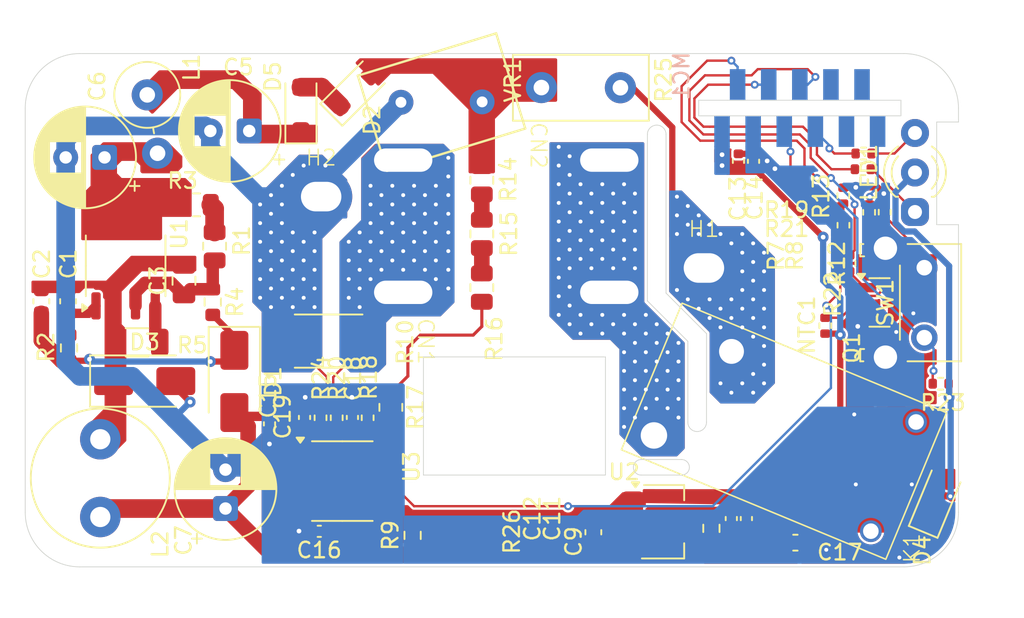
<source format=kicad_pcb>
(kicad_pcb (version 20241229) (generator "pcbnew") (generator_version "9.0")
  (title_block (date "2025-07-21"))
  (layers (0 "F.Cu" signal) (2 "B.Cu" signal) (13 "F.Paste" user) (15 "B.Paste" user) (5 "F.SilkS" user "F.Silkscreen") (7 "B.SilkS" user "B.Silkscreen") (1 "F.Mask" user) (3 "B.Mask" user) (25 "Edge.Cuts" user))
  (net 0 "")
  (net 1 "Net-(U1-FB)")
  (net 2 "Net-(D1-K)")
  (net 3 "Net-(U1-VDD)")
  (net 4 "NEUTRAL_SRC")
  (net 5 "+5V")
  (net 6 "+3V3")
  (net 7 "/current measurement/DIV_VOLTAGE")
  (net 8 "Net-(U3-V1N)")
  (net 9 "Net-(U3-V1P)")
  (net 10 "NEUTRAL_LOAD")
  (net 11 "LINE_OUT")
  (net 12 "FUSED_AC")
  (net 13 "Net-(D2-K)")
  (net 14 "LINE_IN")
  (net 15 "Net-(LED1-K2)")
  (net 16 "Net-(LED1-K1)")
  (net 17 "MEAS_SER")
  (net 18 "~{LED_RED}")
  (net 20 "POWER_EN")
  (net 22 "Net-(MC1-Pin_11)")
  (net 24 "~{LED_GREEN}")
  (net 25 "Net-(NTC1-Pad1)")
  (net 26 "Net-(Q1-B)")
  (net 27 "Net-(R1-Pad2)")
  (net 28 "Net-(U1-CS)")
  (net 29 "/current measurement/MEAS_SER_5V")
  (net 30 "Net-(R14-Pad1)")
  (net 31 "Net-(R15-Pad1)")
  (net 32 "Net-(R16-Pad1)")
  (net 35 "/power supplies/U1_GND")
  (net 36 "/power supplies/RECT_AC")
  (net 37 "Net-(D4-A)")
  (net 38 "/~{BUTTON}")
  (net 39 "/power supplies/HV_DC")
  (footprint "Capacitor_SMD:C_0402_1005Metric" (layer "F.Cu") (at 167.395 113.395 -90)
    (property "Reference" "C12")
    (property "Value" "10µF")
  )
  (footprint "Diode_SMD:D_SMA" (layer "F.Cu") (at 135.445 104.58 -90)
    (property "Reference" "D1")
    (property "Value" "M7")
  )
  (footprint "Package_SO:SO-8_3.9x4.9mm_P1.27mm" (layer "F.Cu") (at 142.385 110.985)
    (property "Reference" "U3")
    (property "Value" "CSE7759B")
  )
  (footprint "HF relays:LED_D3.0mm-3_Horiz" (layer "F.Cu") (at 179.205 93.685 90)
    (property "Reference" "LED1")
    (property "Value" "LED_Dual_RG")
  )
  (footprint "Capacitor_SMD:C_0402_1005Metric" (layer "F.Cu") (at 139.955 106.895 90)
    (property "Reference" "C19")
    (property "Value" "33nF")
  )
  (footprint "HF relays:NEMA5P_post" (layer "F.Cu") (at 165.635 97.285)
    (property "Reference" "H1")
    (property "Value" "Conn_01x01")
  )
  (footprint "Capacitor_SMD:C_0402_1005Metric" (layer "F.Cu") (at 140.905 114.215 180)
    (property "Reference" "C16")
    (property "Value" "33nF")
  )
  (footprint "Capacitor_THT:CP_Radial_D6.3mm_P2.50mm" (layer "F.Cu") (at 136.399759 88.475 180)
    (property "Reference" "C5")
    (property "Value" "3.3uF")
  )
  (footprint "Diode_SMD:D_SOD-123F" (layer "F.Cu") (at 143.24 85.87 45)
    (property "Reference" "D2")
    (property "Value" "A7")
  )
  (footprint "Varistor:RV_Disc_D9mm_W6.1mm_P5mm" (layer "F.Cu") (at 151.375 86.605 -163)
    (property "Reference" "VR1")
    (property "Value" "07D-418K")
  )
  (footprint "Capacitor_SMD:C_0603_1608Metric" (layer "F.Cu") (at 124.755 99.425 90)
    (property "Reference" "C1")
    (property "Value" "1µF")
  )
  (footprint "Diode_SMD:D_SOD-123F" (layer "F.Cu") (at 139.725 87.06 90)
    (property "Reference" "D5")
    (property "Value" "A7")
  )
  (footprint "Resistor_SMD:R_0603_1608Metric" (layer "F.Cu") (at 166.115 114.025 90)
    (property "Reference" "R26")
    (property "Value" "R")
  )
  (footprint "Resistor_SMD:R_0805_2012Metric" (layer "F.Cu") (at 133.015 93.225)
    (property "Reference" "R3")
    (property "Value" "1MΩ")
  )
  (footprint "Resistor_SMD:R_0402_1005Metric" (layer "F.Cu") (at 175.9 89.925)
    (property "Reference" "R19")
    (property "Value" "10kΩ")
  )
  (footprint "Capacitor_SMD:C_0402_1005Metric" (layer "F.Cu") (at 137.705 107.305 -90)
    (property "Reference" "C15")
    (property "Value" "1µF")
  )
  (footprint "Fuse:Fuse_Littelfuse_395Series" (layer "F.Cu") (at 160.265 85.695 180)
    (property "Reference" "R25")
    (property "Value" "JK250-080U")
  )
  (footprint "Capacitor_SMD:C_0402_1005Metric" (layer "F.Cu") (at 168.365 113.395 -90)
    (property "Reference" "C11")
    (property "Value" "10µF")
  )
  (footprint "HF relays:NEMA5R_blade" (layer "F.Cu") (at 146.3 94.6 -90)
    (property "Reference" "CN1")
    (property "Value" "Conn_01x01" (hide yes))
  )
  (footprint "Diode_SMD:D_SMA" (layer "F.Cu") (at 129.68 104.555)
    (property "Reference" "D3")
    (property "Value" "ES2J")
  )
  (footprint "Resistor_SMD:R_0805_2012Metric" (layer "F.Cu") (at 151.355 98.545 90)
    (property "Reference" "R16")
    (property "Value" "470kΩ")
  )
  (footprint "HF relays:NEMA5R_blade" (layer "F.Cu") (at 159.55 94.6 -90)
    (property "Reference" "CN2")
    (property "Value" "Conn_01x01" (hide yes))
  )
  (footprint "HF relays:HF_Relay_subminature_A_THT_18.4x10.2mm" (layer "F.Cu") (at 179.275 107.185 -112.5)
    (property "Reference" "K1")
    (property "Value" "HF32FV-16/5-HLTF(590)" (hide yes))
  )
  (footprint "HF relays:L_Axial_L9.5mm_D4.0mm_P3.81mm_Vertical" (layer "F.Cu") (at 129.845 86.155 -80)
    (property "Reference" "L1")
    (property "Value" "2.2mH")
  )
  (footprint "Resistor_SMD:R_0402_1005Metric" (layer "F.Cu") (at 177.255 93.695 -90)
    (property "Reference" "R8")
    (property "Value" "10kΩ")
  )
  (footprint "Resistor_SMD:R_0402_1005Metric" (layer "F.Cu") (at 174.995 96.985 -90)
    (property "Reference" "R22")
    (property "Value" "1K")
  )
  (footprint "Capacitor_SMD:C_0402_1005Metric" (layer "F.Cu") (at 168.825 90.425 -90)
    (property "Reference" "C14")
    (property "Value" "10µF")
  )
  (footprint "Package_TO_SOT_SMD:SOT-89-3" (layer "F.Cu") (at 163.005 113.6)
    (property "Reference" "U2")
    (property "Value" "STK17-3.3")
  )
  (footprint "Package_TO_SOT_SMD:SOT-23" (layer "F.Cu") (at 176.925 99.5)
    (property "Reference" "Q1")
    (property "Value" "MMBT3904")
  )
  (footprint "Resistor_SMD:R_0603_1608Metric" (layer "F.Cu") (at 124.815 102.425 -90)
    (property "Reference" "R2")
    (property "Value" "0Ω")
  )
  (footprint "Resistor_SMD:R_0603_1608Metric" (layer "F.Cu") (at 134.055 99.475 -90)
    (property "Reference" "R4")
    (property "Value" "R")
  )
  (footprint "Resistor_SMD:R_0402_1005Metric" (layer "F.Cu") (at 176.255 93.705 -90)
    (property "Reference" "R7")
    (property "Value" "100Ω")
  )
  (footprint "Resistor_SMD:R_0402_1005Metric" (layer "F.Cu") (at 144.015 106.915 -90)
    (property "Reference" "R18")
    (property "Value" "1kΩ")
  )
  (footprint "Package_SO:SO-8_3.9x4.9mm_P1.27mm" (layer "F.Cu") (at 128.455 97.145 90)
    (property "Reference" "U1")
    (property "Value" "OB2222M")
  )
  (footprint "Capacitor_SMD:C_0603_1608Metric" (layer "F.Cu") (at 171.515 114.945)
    (property "Reference" "C17")
    (property "Value" "10µF")
  )
  (footprint "Resistor_SMD:R_0402_1005Metric" (layer "F.Cu") (at 140.985 106.915 -90)
    (property "Reference" "R24")
    (property "Value" "1kΩ")
  )
  (footprint "Resistor_SMD:R_0402_1005Metric" (layer "F.Cu") (at 174.595 92.635 90)
    (property "Reference" "R13")
    (property "Value" "2kΩ")
  )
  (footprint "Resistor_SMD:R_0805_2012Metric" (layer "F.Cu") (at 145.505 106.245 90)
    (property "Reference" "R17")
    (property "Value" "470kΩ")
  )
  (footprint "Resistor_SMD:R_0805_2012Metric" (layer "F.Cu") (at 151.355 95.095 90)
    (property "Reference" "R15")
    (property "Value" "470kΩ")
  )
  (footprint "Resistor_SMD:R_1206_3216Metric" (layer "F.Cu") (at 129.185 102.065 180)
    (property "Reference" "R5")
    (property "Value" "500mΩ")
  )
  (footprint "Resistor_SMD:R_2512_6332Metric" (layer "F.Cu") (at 141.505 101.985)
    (property "Reference" "R10")
    (property "Value" "1mΩ")
  )
  (footprint "Capacitor_SMD:C_0603_1608Metric" (layer "F.Cu") (at 123.035 99.425 -90)
    (property "Reference" "C2")
    (property "Value" "C")
  )
  (footprint "Resistor_SMD:R_0603_1608Metric" (layer "F.Cu") (at 146.905 114.475 90)
    (property "Reference" "R9")
    (property "Value" "1K")
  )
  (footprint "Capacitor_THT:CP_Radial_D6.3mm_P2.50mm" (layer "F.Cu") (at 134.875 112.749759 90)
    (property "Reference" "C7")
    (property "Value" "470µF")
  )
  (footprint "Capacitor_THT:CP_Radial_D6.3mm_P2.50mm" (layer "F.Cu") (at 127.099759 90.175 180)
    (property "Reference" "C6")
    (property "Value" "3.3uF")
  )
  (footprint "Capacitor_SMD:C_0402_1005Metric" (layer "F.Cu") (at 167.855 90.425 -90)
    (property "Reference" "C13")
    (property "Value" "10µF")
  )
  (footprint "HF relays:SW_SPST_Omron_B3F-315x_Angled" (layer "F.Cu") (at 179.805 97.265 -90)
    (property "Reference" "SW1")
    (property "Value" "SW_SPST")
  )
  (footprint "Diode_SMD:D_SOD-123F" (layer "F.Cu") (at 180.575 112.21 67.5)
    (property "Reference" "D4")
    (property "Value" "BA159" (hide yes))
  )
  (footprint "Resistor_SMD:R_0402_1005Metric" (layer "F.Cu") (at 173.435 100.995 -90)
    (property "Reference" "NTC1")
    (property "Value" "10kΩ")
  )
  (footprint "Capacitor_SMD:C_0805_2012Metric" (layer "F.Cu") (at 132.205 98.105 90)
    (property "Reference" "C3")
    (property "Value" "4.7µF")
  )
  (footprint "Resistor_SMD:R_0805_2012Metric" (layer "F.Cu") (at 151.355 91.645 90)
    (property "Reference" "R14")
    (property "Value" "470kΩ")
  )
  (footprint "Resistor_SMD:R_0402_1005Metric" (layer "F.Cu") (at 174.605 94.535 90)
    (property "Reference" "R12")
    (property "Value" "1kΩ")
  )
  (footprint "Resistor_SMD:R_0402_1005Metric" (layer "F.Cu") (at 175.85 90.935)
    (property "Reference" "R21")
    (property "Value" "1kΩ")
  )
  (footprint "Capacitor_SMD:C_0603_1608Metric" (layer "F.Cu") (at 158.525 114.275 -90)
    (property "Reference" "C9")
    (property "Value" "10µF")
  )
  (footprint "Inductor_THT:L_Radial_D8.7mm_P5.00mm_Fastron_07HCP" (layer "F.Cu") (at 126.825 108.295 -90)
    (property "Reference" "L2")
    (property "Value" "470µH")
  )
  (footprint "Capacitor_SMD:C_0402_1005Metric" (layer "F.Cu") (at 143.035 106.895 90)
    (property "Reference" "C18")
    (property "Value" "33nF")
  )
  (footprint "Resistor_SMD:R_0805_2012Metric" (layer "F.Cu") (at 134.175 95.885 90)
    (property "Reference" "R1")
    (property "Value" "1MΩ")
  )
  (footprint "Resistor_SMD:R_0402_1005Metric" (layer "F.Cu") (at 142.025 106.915 -90)
    (property "Reference" "R20")
    (property "Value" "1kΩ")
  )
  (footprint "Resistor_SMD:R_0402_1005Metric" (layer "F.Cu") (at 180.855 104.725 180)
    (property "Reference" "R23")
    (property "Value" "1KΩ")
  )
  (footprint "HF relays:NEMA5P_post" (layer "F.Cu") (at 141.025 92.695)
    (property "Reference" "H2")
    (property "Value" "Conn_01x01")
  )
  (footprint "HF relays:BoardToBoardInterface_11xP1.00mm" (layer "B.Cu") (at 171.8 87 -90)
    (property "Reference" "MC1")
    (property "Value" "Conn_01x11" (hide yes))
    (fp_line (start -0.5 6.5) (end 0.5 6.5) (stroke (width 0.05)) (layer "Edge.Cuts"))
    (fp_line (start -0.5 6.5) (end -0.5 -6.5) (stroke (width 0.05)) (layer "Edge.Cuts"))
    (fp_line (start 0.5 6.5) (end 0.5 -6.5) (stroke (width 0.05)) (layer "Edge.Cuts"))
    (fp_line (start -0.5 -6.5) (end 0.5 -6.5) (stroke (width 0.05)) (layer "Edge.Cuts"))
  )
  (gr_arc (start 161.6 110.6) (mid 161.1 110.1) (end 161.6 109.6) (stroke (width 0.05)) (layer "Edge.Cuts"))
  (gr_arc (start 178.5 83.5) (mid 180.974874 84.525126) (end 182 87) (stroke (width 0.05)) (layer "Edge.Cuts"))
  (gr_line (start 163.2 88.7) (end 163.2 98.9) (stroke (width 0.05)) (layer "Edge.Cuts"))
  (gr_line (start 164.6 102) (end 164.6 107.2) (stroke (width 0.05)) (layer "Edge.Cuts"))
  (gr_line (start 159.3 110.6) (end 147.6 110.6) (stroke (width 0.05)) (layer "Edge.Cuts"))
  (gr_line (start 182 94.5) (end 182 113) (stroke (width 0.05)) (layer "Edge.Cuts"))
  (gr_line (start 180.6 87.9) (end 180.6 94.5) (stroke (width 0.05)) (layer "Edge.Cuts"))
  (gr_line (start 163.2 98.9) (end 165.8 101.5) (stroke (width 0.05)) (layer "Edge.Cuts"))
  (gr_arc (start 165.8 107.2) (mid 165.2 107.8) (end 164.6 107.2) (stroke (width 0.05)) (layer "Edge.Cuts"))
  (gr_line (start 159.3 103) (end 159.3 110.6) (stroke (width 0.05)) (layer "Edge.Cuts"))
  (gr_line (start 165.8 101.5) (end 165.8 107.2) (stroke (width 0.05)) (layer "Edge.Cuts"))
  (gr_line (start 161.6 109.6) (end 164.2 109.6) (stroke (width 0.05)) (layer "Edge.Cuts"))
  (gr_arc (start 182 113) (mid 180.974874 115.474874) (end 178.5 116.5) (stroke (width 0.05)) (layer "Edge.Cuts"))
  (gr_line (start 182 87) (end 182 87.9) (stroke (width 0.05)) (layer "Edge.Cuts"))
  (gr_line (start 180.6 94.5) (end 182 94.5) (stroke (width 0.05)) (layer "Edge.Cuts"))
  (gr_arc (start 164.2 109.6) (mid 164.7 110.1) (end 164.2 110.6) (stroke (width 0.05)) (layer "Edge.Cuts"))
  (gr_arc (start 125.5 116.5) (mid 123.025126 115.474874) (end 122 113) (stroke (width 0.05)) (layer "Edge.Cuts"))
  (gr_line (start 161.6 110.6) (end 164.2 110.6) (stroke (width 0.05)) (layer "Edge.Cuts"))
  (gr_line (start 162 99.4) (end 164.6 102) (stroke (width 0.05)) (layer "Edge.Cuts"))
  (gr_arc (start 122 87) (mid 123.025126 84.525126) (end 125.5 83.5) (stroke (width 0.05)) (layer "Edge.Cuts"))
  (gr_line (start 125.5 83.5) (end 178.5 83.5) (stroke (width 0.05)) (layer "Edge.Cuts"))
  (gr_line (start 162 88.7) (end 162 99.4) (stroke (width 0.05)) (layer "Edge.Cuts"))
  (gr_line (start 147.6 110.6) (end 147.6 103) (stroke (width 0.05)) (layer "Edge.Cuts"))
  (gr_arc (start 162 88.7) (mid 162.6 88.1) (end 163.2 88.7) (stroke (width 0.05)) (layer "Edge.Cuts"))
  (gr_line (start 147.6 103) (end 159.3 103) (stroke (width 0.05)) (layer "Edge.Cuts"))
  (gr_line (start 182 87.9) (end 180.6 87.9) (stroke (width 0.05)) (layer "Edge.Cuts"))
  (gr_line (start 178.5 116.5) (end 125.5 116.5) (stroke (width 0.05)) (layer "Edge.Cuts"))
  (gr_line (start 122 113) (end 122 87) (stroke (width 0.05)) (layer "Edge.Cuts"))
  (segment (start 126.07 100.2) (end 124.755 100.2) (width 0.6) (layer "F.Cu") (net 1))
  (segment (start 124.755 100.2) (end 124.755 101.54) (width 0.6) (layer "F.Cu") (net 1))
  (segment (start 124.755 101.54) (end 124.815 101.6) (width 0.6) (layer "F.Cu") (net 1))
  (segment (start 126.55 99.72) (end 126.07 100.2) (width 0.6) (layer "F.Cu") (net 1))
  (segment (start 134.725 103.3) (end 135.445 102.58) (width 0.4) (layer "F.Cu") (net 2))
  (segment (start 123.035 101.945) (end 124.34 103.25) (width 1) (layer "F.Cu") (net 2))
  (segment (start 135.445 101.69) (end 135.445 102.58) (width 0.4) (layer "F.Cu") (net 2))
  (segment (start 124.34 103.25) (end 124.815 103.25) (width 1) (layer "F.Cu") (net 2))
  (segment (start 126.029515 103.25) (end 126.129515 103.15) (width 0.4) (layer "F.Cu") (net 2))
  (segment (start 123.035 100.2) (end 123.035 101.945) (width 1) (layer "F.Cu") (net 2))
  (segment (start 133.9 103.3) (end 134.725 103.3) (width 0.4) (layer "F.Cu") (net 2))
  (segment (start 124.815 103.25) (end 126.029515 103.25) (width 0.4) (layer "F.Cu") (net 2))
  (segment (start 134.055 100.3) (end 135.445 101.69) (width 0.4) (layer "F.Cu") (net 2))
  (via (at 133.9 103.3) (size 0.7) (drill 0.3) (layers "F.Cu" "B.Cu") (net 2))
  (via (at 126.129515 103.15) (size 0.7) (drill 0.3) (layers "F.Cu" "B.Cu") (net 2))
  (segment (start 126.129515 103.170485) (end 126.129515 103.15) (width 0.4) (layer "B.Cu") (net 2))
  (segment (start 126.25903 103.3) (end 126.129515 103.170485) (width 0.4) (layer "B.Cu") (net 2))
  (segment (start 133.9 103.3) (end 126.25903 103.3) (width 0.4) (layer "B.Cu") (net 2))
  (segment (start 131.394 98.244) (end 132.205 99.055) (width 0.8) (layer "F.Cu") (net 3))
  (segment (start 129.09 98.845001) (end 129.691001 98.244) (width 0.8) (layer "F.Cu") (net 3))
  (segment (start 132.205 99.055) (end 132.61 98.65) (width 0.8) (layer "F.Cu") (net 3))
  (segment (start 134.055 96.9175) (end 134.175 96.7975) (width 0.8) (layer "F.Cu") (net 3))
  (segment (start 132.61 98.65) (end 134.055 98.65) (width 0.8) (layer "F.Cu") (net 3))
  (segment (start 129.691001 98.244) (end 131.394 98.244) (width 0.8) (layer "F.Cu") (net 3))
  (segment (start 129.09 99.72) (end 129.09 98.845001) (width 0.8) (layer "F.Cu") (net 3))
  (segment (start 134.055 98.65) (end 134.055 96.9175) (width 0.8) (layer "F.Cu") (net 3))
  (segment (start 169.7 90.4) (end 170.2 90.9) (width 0.4) (layer "F.Cu") (net 4))
  (segment (start 139.085 101.985) (end 138.5425 101.985) (width 0.1524) (layer "F.Cu") (net 4))
  (segment (start 177.2 93.13) (end 177.255 93.185) (width 0.4) (layer "F.Cu") (net 4))
  (segment (start 139.955 106.415) (end 140.975 106.415) (width 0.4) (layer "F.Cu") (net 4))
  (segment (start 140 105.6) (end 140 106.37) (width 0.4) (layer "F.Cu") (net 4))
  (segment (start 175.375 92.125) (end 175.4 92.1) (width 0.4) (layer "F.Cu") (net 4))
  (segment (start 141.4 105.99) (end 141.4 104.3) (width 0.1524) (layer "F.Cu") (net 4))
  (segment (start 177.2 92.5) (end 177.2 93.13) (width 0.4) (layer "F.Cu") (net 4))
  (segment (start 143.045 106.405) (end 143.035 106.415) (width 0.4) (layer "F.Cu") (net 4))
  (segment (start 140.975 106.415) (end 140.985 106.405) (width 0.4) (layer "F.Cu") (net 4))
  (segment (start 137.7 107.79) (end 137.705 107.785) (width 0.4) (layer "F.Cu") (net 4))
  (segment (start 168.825 89.945) (end 169.245 89.945) (width 0.4) (layer "F.Cu") (net 4))
  (segment (start 131.68 104.98) (end 132.6 105.9) (width 0.4) (layer "F.Cu") (net 4))
  (segment (start 131.68 104.555) (end 131.68 104.98) (width 0.4) (layer "F.Cu") (net 4))
  (segment (start 174.595 92.125) (end 175.375 92.125) (width 0.4) (layer "F.Cu") (net 4))
  (segment (start 176.8 92.1) (end 177.2 92.5) (width 0.4) (layer "F.Cu") (net 4))
  (segment (start 140.985 106.405) (end 141.4 105.99) (width 0.1524) (layer "F.Cu") (net 4))
  (segment (start 175.4 92.1) (end 176.8 92.1) (width 0.4) (layer "F.Cu") (net 4))
  (segment (start 143 105.6) (end 143 106.38) (width 0.4) (layer "F.Cu") (net 4))
  (segment (start 139.615 114.215) (end 139.6 114.2) (width 0.4) (layer "F.Cu") (net 4))
  (segment (start 140 106.37) (end 139.955 106.415) (width 0.4) (layer "F.Cu") (net 4))
  (segment (start 169.245 89.945) (end 169.7 90.4) (width 0.4) (layer "F.Cu") (net 4))
  (segment (start 144.015 106.405) (end 143.045 106.405) (width 0.4) (layer "F.Cu") (net 4))
  (segment (start 141.4 104.3) (end 139.085 101.985) (width 0.1524) (layer "F.Cu") (net 4))
  (segment (start 143 106.38) (end 143.035 106.415) (width 0.4) (layer "F.Cu") (net 4))
  (segment (start 167.855 89.945) (end 168.825 89.945) (width 0.4) (layer "F.Cu") (net 4))
  (via (at 175.4 111.2) (size 0.508) (drill 0.254) (layers "F.Cu" "B.Cu") (net 4))
  (via (at 178.2 115.9) (size 0.508) (drill 0.254) (layers "F.Cu" "B.Cu") (net 4))
  (via (at 137.8 96.2) (size 0.508) (drill 0.254) (layers "F.Cu" "B.Cu") (net 4))
  (via (at 139.6 114.2) (size 0.7) (drill 0.3) (layers "F.Cu" "B.Cu") (net 4))
  (via (at 137.8 95) (size 0.508) (drill 0.254) (layers "F.Cu" "B.Cu") (net 4))
  (via (at 137.8 97.4) (size 0.508) (drill 0.254) (layers "F.Cu" "B.Cu") (net 4))
  (via (at 138.5 98) (size 0.508) (drill 0.254) (layers "F.Cu" "B.Cu") (net 4))
  (via (at 139.2 98.6) (size 0.508) (drill 0.254) (layers "F.Cu" "B.Cu") (net 4))
  (via (at 139.2 96.2) (size 0.508) (drill 0.254) (layers "F.Cu" "B.Cu") (net 4))
  (via (at 170.2 90.9) (size 0.7) (drill 0.3) (layers "F.Cu" "B.Cu") (net 4))
  (via (at 137.1 93.2) (size 0.508) (drill 0.254) (layers "F.Cu" "B.Cu") (net 4))
  (via (at 177.2 92.5) (size 0.7) (drill 0.3) (layers "F.Cu" "B.Cu") (net 4))
  (via (at 140.6 98.6) (size 0.508) (drill 0.254) (layers "F.Cu" "B.Cu") (net 4))
  (via (at 173.5 115.4) (size 0.508) (drill 0.254) (layers "F.Cu" "B.Cu") (net 4))
  (via (at 132.6 105.9) (size 0.7) (drill 0.3) (layers "F.Cu" "B.Cu") (net 4))
  (via (at 141.3 90.7) (size 0.508) (drill 0.254) (layers "F.Cu" "B.Cu") (net 4))
  (via (at 143 105.6) (size 0.7) (drill 0.3) (layers "F.Cu" "B.Cu") (net 4))
  (via (at 137.8 99.8) (size 0.508) (drill 0.254) (layers "F.Cu" "B.Cu") (net 4))
  (via (at 139.9 90.7) (size 0.508) (drill 0.254) (layers "F.Cu" "B.Cu") (net 4))
  (via (at 140.6 96.2) (size 0.508) (drill 0.254) (layers "F.Cu" "B.Cu") (net 4))
  (via (at 140.6 95) (size 0.508) (drill 0.254) (layers "F.Cu" "B.Cu") (net 4))
  (via (at 178 101.4) (size 0.508) (drill 0.254) (layers "F.Cu" "B.Cu") (net 4))
  (via (at 137.1 98) (size 0.508) (drill 0.254) (layers "F.Cu" "B.Cu") (net 4))
  (via (at 175.3 106.7) (size 0.508) (drill 0.254) (layers "F.Cu" "B.Cu") (net 4))
  (via (at 137.1 95.6) (size 0.508) (drill 0.254) (layers "F.Cu" "B.Cu") (net 4))
  (via (at 139.2 95) (size 0.508) (drill 0.254) (layers "F.Cu" "B.Cu") (net 4))
  (via (at 139.2 97.4) (size 0.508) (drill 0.254) (layers "F.Cu" "B.Cu") (net 4))
  (via (at 140.6 99.8) (size 0.508) (drill 0.254) (layers "F.Cu" "B.Cu") (net 4))
  (via (at 138.5 94.4) (size 0.508) (drill 0.254) (layers "F.Cu" "B.Cu") (net 4))
  (via (at 137.1 99.2) (size 0.508) (drill 0.254) (layers "F.Cu" "B.Cu") (net 4))
  (via (at 175.4 92.1) (size 0.7) (drill 0.3) (layers "F.Cu" "B.Cu") (net 4))
  (via (at 138.5 96.8) (size 0.508) (drill 0.254) (layers "F.Cu" "B.Cu") (net 4))
  (via (at 139.9 96.8) (size 0.508) (drill 0.254) (layers "F.Cu" "B.Cu") (net 4))
  (via (at 169.7 90.4) (size 0.7) (drill 0.3) (layers "F.Cu" "B.Cu") (net 4))
  (via (at 137.7 108.6) (size 0.7) (drill 0.3) (layers "F.Cu" "B.Cu") (net 4))
  (via (at 139.9 99.2) (size 0.508) (drill 0.254) (layers "F.Cu" "B.Cu") (net 4))
  (via (at 140.6 97.4) (size 0.508) (drill 0.254) (layers "F.Cu" "B.Cu") (net 4))
  (via (at 139.2 99.8) (size 0.508) (drill 0.254) (layers "F.Cu" "B.Cu") (net 4))
  (via (at 138.5 92) (size 0.508) (drill 0.254) (layers "F.Cu" "B.Cu") (net 4))
  (via (at 137.1 94.4) (size 0.508) (drill 0.254) (layers "F.Cu" "B.Cu") (net 4))
  (via (at 139.2 91.3) (size 0.508) (drill 0.254) (layers "F.Cu" "B.Cu") (net 4))
  (via (at 138.5 95.6) (size 0.508) (drill 0.254) (layers "F.Cu" "B.Cu") (net 4))
  (via (at 137.8 93.8) (size 0.508) (drill 0.254) (layers "F.Cu" "B.Cu") (net 4))
  (via (at 179.1 100.2) (size 0.508) (drill 0.254) (layers "F.Cu" "B.Cu") (net 4))
  (via (at 138.5 99.2) (size 0.508) (drill 0.254) (layers "F.Cu" "B.Cu") (net 4))
  (via (at 175.525757 101.038372) (size 0.7) (drill 0.3) (layers "F.Cu" "B.Cu") (net 4))
  (via (at 137.8 98.6) (size 0.508) (drill 0.254) (layers "F.Cu" "B.Cu") (net 4))
  (via (at 179 111.2) (size 0.508) (drill 0.254) (layers "F.Cu" "B.Cu") (net 4))
  (via (at 139.9 98) (size 0.508) (drill 0.254) (layers "F.Cu" "B.Cu") (net 4))
  (via (at 140 105.6) (size 0.7) (drill 0.3) (layers "F.Cu" "B.Cu") (net 4))
  (via (at 137.8 92.6) (size 0.508) (drill 0.254) (layers "F.Cu" "B.Cu") (net 4))
  (via (at 137.1 96.8) (size 0.508) (drill 0.254) (layers "F.Cu" "B.Cu") (net 4))
  (via (at 138.5 93.2) (size 0.508) (drill 0.254) (layers "F.Cu" "B.Cu") (net 4))
  (via (at 139.9 95.6) (size 0.508) (drill 0.254) (layers "F.Cu" "B.Cu") (net 4))
  (segment (start 131.61262 106.98738) (end 134.875 110.249759) (width 1.2) (layer "B.Cu") (net 4))
  (segment (start 136.988389 92.695) (end 141.025 92.695) (width 1.2) (layer "B.Cu") (net 4))
  (segment (start 125.5108 104.2524) (end 128.877641 104.2524) (width 1.2) (layer "B.Cu") (net 4))
  (segment (start 141.025 92.695) (end 141.025 91.76232) (width 1.2) (layer "B.Cu") (net 4))
  (segment (start 133.899759 89.60637) (end 136.988389 92.695) (width 1.2) (layer "B.Cu") (net 4))
  (segment (start 124.599759 89.04363) (end 125.489671 88.153718) (width 1.2) (layer "B.Cu") (net 4))
  (segment (start 132.6 105.9) (end 131.61262 106.88738) (width 0.4) (layer "B.Cu") (net 4))
  (segment (start 124.599759 90.175) (end 124.599759 103.341359) (width 1.2) (layer "B.Cu") (net 4))
  (segment (start 124.599759 103.341359) (end 125.5108 104.2524) (width 1.2) (layer "B.Cu") (net 4))
  (segment (start 128.877641 104.2524) (end 131.61262 106.98738) (width 1.2) (layer "B.Cu") (net 4))
  (segment (start 125.489671 88.153718) (end 133.578477 88.153718) (width 1.2) (layer "B.Cu") (net 4))
  (segment (start 133.899759 88.475) (end 133.899759 89.60637) (width 1.2) (layer "B.Cu") (net 4))
  (segment (start 141.025 91.76232) (end 146.154919 86.632401) (width 1.2) (layer "B.Cu") (net 4))
  (segment (start 124.599759 90.175) (end 124.599759 89.04363) (width 1.2) (layer "B.Cu") (net 4))
  (segment (start 131.61262 106.88738) (end 131.61262 106.98738) (width 0.4) (layer "B.Cu") (net 4))
  (segment (start 133.578477 88.153718) (end 133.899759 88.475) (width 1.2) (layer "B.Cu") (net 4))
  (segment (start 170.645 114.85) (end 170.74 114.945) (width 0.4) (layer "F.Cu") (net 5))
  (segment (start 136.3284 111.296359) (end 136.3284 107.4634) (width 1) (layer "F.Cu") (net 5))
  (segment (start 139.81 108.736924) (end 137.898076 106.825) (width 0.6) (layer "F.Cu") (net 5))
  (segment (start 146.905 115.3) (end 146.4742 115.7308) (width 1) (layer "F.Cu") (net 5))
  (segment (start 166.115 114.85) (end 165.8401 115.1249) (width 1) (layer "F.Cu") (net 5))
  (segment (start 137.856041 115.7308) (end 134.875 112.749759) (width 1) (layer "F.Cu") (net 5))
  (segment (start 139.81 109.08) (end 139.81 108.736924) (width 0.6) (layer "F.Cu") (net 5))
  (segment (start 158.525 115.05) (end 158.275 115.3) (width 1) (layer "F.Cu") (net 5))
  (segment (start 158.275 115.3) (end 146.905 115.3) (width 1) (layer "F.Cu") (net 5))
  (segment (start 134.875 112.749759) (end 136.3284 111.296359) (width 1) (layer "F.Cu") (net 5))
  (segment (start 161.055 115.1) (end 158.575 115.1) (width 1) (layer "F.Cu") (net 5))
  (segment (start 137.898076 106.825) (end 137.705 106.825) (width 0.6) (layer "F.Cu") (net 5))
  (segment (start 146.4742 115.7308) (end 137.856041 115.7308) (width 1) (layer "F.Cu") (net 5))
  (segment (start 136.3284 107.4634) (end 135.445 106.58) (width 1) (layer "F.Cu") (net 5))
  (segment (start 135.69 106.825) (end 135.445 106.58) (width 0.6) (layer "F.Cu") (net 5))
  (segment (start 137.705 106.825) (end 135.69 106.825) (width 0.6) (layer "F.Cu") (net 5))
  (segment (start 127.370241 112.749759) (end 126.825 113.295) (width 1.2) (layer "F.Cu") (net 5))
  (segment (start 134.875 112.749759) (end 127.370241 112.749759) (width 1.2) (layer "F.Cu") (net 5))
  (segment (start 165.8401 115.1249) (end 161.055 115.1249) (width 1) (layer "F.Cu") (net 5))
  (segment (start 158.575 115.1) (end 158.525 115.05) (width 1) (layer "F.Cu") (net 5))
  (segment (start 181.511024 105.711024) (end 181.4 105.6) (width 0.4) (layer "F.Cu") (net 6))
  (segment (start 174.326398 101.505) (end 174.399999 101.578601) (width 0.4) (layer "F.Cu") (net 6))
  (segment (start 173.435 101.505) (end 174.326398 101.505) (width 0.4) (layer "F.Cu") (net 6))
  (segment (start 181.4 105.6) (end 181.4 104.76) (width 0.4) (layer "F.Cu") (net 6))
  (segment (start 168.825 90.905) (end 168.905 90.905) (width 0.4) (layer "F.Cu") (net 6))
  (segment (start 181.479206 111.96453) (end 181.443736 112) (width 0.4) (layer "F.Cu") (net 6))
  (segment (start 181.4 104.76) (end 181.365 104.725) (width 0.4) (layer "F.Cu") (net 6))
  (segment (start 168.905 90.905) (end 173.3 95.3) (width 0.4) (layer "F.Cu") (net 6))
  (segment (start 181.479206 111.96453) (end 174.46453 111.96453) (width 0.4) (layer "F.Cu") (net 6))
  (segment (start 174.46453 111.96453) (end 174.4 111.9) (width 0.4) (layer "F.Cu") (net 6))
  (segment (start 174.4 111.9) (end 174.399999 101.578601) (width 0.4) (layer "F.Cu") (net 6))
  (via (at 166.8 90.7) (size 0.7) (drill 0.3) (layers "F.Cu" "B.Cu") (net 6))
  (via (at 174.399999 101.578601) (size 0.7) (drill 0.3) (layers "F.Cu" "B.Cu") (net 6))
  (via (at 173.3 95.3) (size 0.7) (drill 0.3) (layers "F.Cu" "B.Cu") (net 6))
  (via (at 181.479206 111.96453) (size 0.508) (drill 0.254) (layers "F.Cu" "B.Cu") (net 6))
  (via (at 166.8 90) (size 0.7) (drill 0.3) (layers "F.Cu" "B.Cu") (net 6))
  (via (at 181.4 105.6) (size 0.7) (drill 0.3) (layers "F.Cu" "B.Cu") (net 6))
  (segment (start 178.502766 94.9384) (end 177.9516 94.387234) (width 0.4) (layer "B.Cu") (net 6))
  (segment (start 181.4 97.158135) (end 179.180265 94.9384) (width 0.4) (layer "B.Cu") (net 6))
  (segment (start 181.4 105.6) (end 181.5 105.7) (width 0.4) (layer "B.Cu") (net 6))
  (segment (start 174.4 99.2) (end 173.3 98.1) (width 0.4) (layer "B.Cu") (net 6))
  (segment (start 181.5 105.7) (end 181.5 111.943736) (width 0.4) (layer "B.Cu") (net 6))
  (segment (start 174.399999 99.200001) (end 174.4 99.2) (width 0.4) (layer "B.Cu") (net 6))
  (segment (start 173.3 98.1) (end 173.3 95.3) (width 0.4) (layer "B.Cu") (net 6))
  (segment (start 177.9516 94.387234) (end 177.9516 92.3984) (width 0.4) (layer "B.Cu") (net 6))
  (segment (start 181.4 105.6) (end 181.4 97.158135) (width 0.4) (layer "B.Cu") (net 6))
  (segment (start 177.9516 92.3984) (end 179.205 91.145) (width 0.4) (layer "B.Cu") (net 6))
  (segment (start 174.399999 101.578601) (end 174.399999 99.200001) (width 0.4) (layer "B.Cu") (net 6))
  (segment (start 181.5 111.943736) (end 181.479206 111.96453) (width 0.4) (layer "B.Cu") (net 6))
  (segment (start 179.180265 94.9384) (end 178.502766 94.9384) (width 0.4) (layer "B.Cu") (net 6))
  (segment (start 144.015 107.425) (end 143.7 107.74) (width 0.1524) (layer "F.Cu") (net 7))
  (segment (start 141.385 114.215) (end 140.06 112.89) (width 0.1524) (layer "F.Cu") (net 7))
  (segment (start 144.015 107.425) (end 145.2375 107.425) (width 0.1524) (layer "F.Cu") (net 7))
  (segment (start 140.06 112.89) (end 139.81 112.89) (width 0.1524) (layer "F.Cu") (net 7))
  (segment (start 142.285 114.215) (end 141.385 114.215) (width 0.1524) (layer "F.Cu") (net 7))
  (segment (start 143.7 112.8) (end 142.285 114.215) (width 0.1524) (layer "F.Cu") (net 7))
  (segment (start 143.7 107.74) (end 143.7 112.8) (width 0.1524) (layer "F.Cu") (net 7))
  (segment (start 145.2375 107.425) (end 145.505 107.1575) (width 0.1524) (layer "F.Cu") (net 7))
  (segment (start 140.684999 111.62) (end 139.81 111.62) (width 0.1524) (layer "F.Cu") (net 8))
  (segment (start 141.7 110.604999) (end 140.684999 111.62) (width 0.1524) (layer "F.Cu") (net 8))
  (segment (start 142.025 107.425) (end 142.985 107.425) (width 0.1524) (layer "F.Cu") (net 8))
  (segment (start 141.7 107.75) (end 141.7 110.604999) (width 0.1524) (layer "F.Cu") (net 8))
  (segment (start 142.025 107.425) (end 141.7 107.75) (width 0.1524) (layer "F.Cu") (net 8))
  (segment (start 142.985 107.425) (end 143.035 107.375) (width 0.1524) (layer "F.Cu") (net 8))
  (segment (start 141.018949 110.649999) (end 140.949999 110.649999) (width 0.1524) (layer "F.Cu") (net 9))
  (segment (start 141.3 107.74) (end 141.3 110.368948) (width 0.1524) (layer "F.Cu") (net 9))
  (segment (start 139.955 107.375) (end 140.935 107.375) (width 0.1524) (layer "F.Cu") (net 9))
  (segment (start 140.985 107.425) (end 141.3 107.74) (width 0.1524) (layer "F.Cu") (net 9))
  (segment (start 140.949999 110.649999) (end 140.65 110.35) (width 0.1524) (layer "F.Cu") (net 9))
  (segment (start 140.65 110.35) (end 139.81 110.35) (width 0.1524) (layer "F.Cu") (net 9))
  (segment (start 141.3 110.368948) (end 141.018949 110.649999) (width 0.1524) (layer "F.Cu") (net 9))
  (segment (start 140.935 107.375) (end 140.985 107.425) (width 0.1524) (layer "F.Cu") (net 9))
  (segment (start 141.8 106.18) (end 141.8 104.3) (width 0.1524) (layer "F.Cu") (net 10))
  (segment (start 142.025 106.405) (end 141.8 106.18) (width 0.1524) (layer "F.Cu") (net 10))
  (segment (start 144.115 101.985) (end 144.4675 101.985) (width 0.1524) (layer "F.Cu") (net 10))
  (segment (start 141.8 104.3) (end 144.115 101.985) (width 0.1524) (layer "F.Cu") (net 10))
  (via (at 148.4 94.4) (size 0.508) (drill 0.254) (layers "F.Cu" "B.Cu") (net 10))
  (via (at 146.3 93.8) (size 0.508) (drill 0.254) (layers "F.Cu" "B.Cu") (net 10))
  (via (at 147 95.6) (size 0.508) (drill 0.254) (layers "F.Cu" "B.Cu") (net 10))
  (via (at 149.2 93.8) (size 0.508) (drill 0.254) (layers "F.Cu" "B.Cu") (net 10))
  (via (at 144.2 98) (size 0.508) (drill 0.254) (layers "F.Cu" "B.Cu") (net 10))
  (via (at 147.7 96.2) (size 0.508) (drill 0.254) (layers "F.Cu" "B.Cu") (net 10))
  (via (at 142.8 96.8) (size 0.508) (drill 0.254) (layers "F.Cu" "B.Cu") (net 10))
  (via (at 143.5 98.6) (size 0.508) (drill 0.254) (layers "F.Cu" "B.Cu") (net 10))
  (via (at 145.6 92) (size 0.508) (drill 0.254) (layers "F.Cu" "B.Cu") (net 10))
  (via (at 142.8 98) (size 0.508) (drill 0.254) (layers "F.Cu" "B.Cu") (net 10))
  (via (at 149.2 97.4) (size 0.508) (drill 0.254) (layers "F.Cu" "B.Cu") (net 10))
  (via (at 149.2 98.6) (size 0.508) (drill 0.254) (layers "F.Cu" "B.Cu") (net 10))
  (via (at 145.6 95.6) (size 0.508) (drill 0.254) (layers "F.Cu" "B.Cu") (net 10))
  (via (at 147.7 95) (size 0.508) (drill 0.254) (layers "F.Cu" "B.Cu") (net 10))
  (via (at 144.2 96.8) (size 0.508) (drill 0.254) (layers "F.Cu" "B.Cu") (net 10))
  (via (at 147.7 93.8) (size 0.508) (drill 0.254) (layers "F.Cu" "B.Cu") (net 10))
  (via (at 144.2 92) (size 0.508) (drill 0.254) (layers "F.Cu" "B.Cu") (net 10))
  (via (at 142.8 95.6) (size 0.508) (drill 0.254) (layers "F.Cu" "B.Cu") (net 10))
  (via (at 144.9 93.8) (size 0.508) (drill 0.254) (layers "F.Cu" "B.Cu") (net 10))
  (via (at 149.2 96.2) (size 0.508) (drill 0.254) (layers "F.Cu" "B.Cu") (net 10))
  (via (at 143.5 96.2) (size 0.508) (drill 0.254) (layers "F.Cu" "B.Cu") (net 10))
  (via (at 144.9 92.6) (size 0.508) (drill 0.254) (layers "F.Cu" "B.Cu") (net 10))
  (via (at 146.3 97.4) (size 0.508) (drill 0.254) (layers "F.Cu" "B.Cu") (net 10))
  (via (at 145.6 93.2) (size 0.508) (drill 0.254) (layers "F.Cu" "B.Cu") (net 10))
  (via (at 149.2 90.2) (size 0.508) (drill 0.254) (layers "F.Cu" "B.Cu") (net 10))
  (via (at 146.3 92.6) (size 0.508) (drill 0.254) (layers "F.Cu" "B.Cu") (net 10))
  (via (at 144.2 95.6) (size 0.508) (drill 0.254) (layers "F.Cu" "B.Cu") (net 10))
  (via (at 147.7 92.6) (size 0.508) (drill 0.254) (layers "F.Cu" "B.Cu") (net 10))
  (via (at 147 93.2) (size 0.508) (drill 0.254) (layers "F.Cu" "B.Cu") (net 10))
  (via (at 147 92) (size 0.508) (drill 0.254) (layers "F.Cu" "B.Cu") (net 10))
  (via (at 147 96.8) (size 0.508) (drill 0.254) (layers "F.Cu" "B.Cu") (net 10))
  (via (at 144.2 94.4) (size 0.508) (drill 0.254) (layers "F.Cu" "B.Cu") (net 10))
  (via (at 144.9 97.4) (size 0.508) (drill 0.254) (layers "F.Cu" "B.Cu") (net 10))
  (via (at 144.9 95) (size 0.508) (drill 0.254) (layers "F.Cu" "B.Cu") (net 10))
  (via (at 146.3 95) (size 0.508) (drill 0.254) (layers "F.Cu" "B.Cu") (net 10))
  (via (at 144.9 96.2) (size 0.508) (drill 0.254) (layers "F.Cu" "B.Cu") (net 10))
  (via (at 149.2 95) (size 0.508) (drill 0.254) (layers "F.Cu" "B.Cu") (net 10))
  (via (at 147 94.4) (size 0.508) (drill 0.254) (layers "F.Cu" "B.Cu") (net 10))
  (via (at 149.2 91.4) (size 0.508) (drill 0.254) (layers "F.Cu" "B.Cu") (net 10))
  (via (at 149.2 92.6) (size 0.508) (drill 0.254) (layers "F.Cu" "B.Cu") (net 10))
  (via (at 143.5 99.8) (size 0.508) (drill 0.254) (layers "F.Cu" "B.Cu") (net 10))
  (via (at 148.4 98) (size 0.508) (drill 0.254) (layers "F.Cu" "B.Cu") (net 10))
  (via (at 148.4 96.8) (size 0.508) (drill 0.254) (layers "F.Cu" "B.Cu") (net 10))
  (via (at 148.4 93.2) (size 0.508) (drill 0.254) (layers "F.Cu" "B.Cu") (net 10))
  (via (at 142.8 99.2) (size 0.508) (drill 0.254) (layers "F.Cu" "B.Cu") (net 10))
  (via (at 148.4 95.6) (size 0.508) (drill 0.254) (layers "F.Cu" "B.Cu") (net 10))
  (via (at 143.5 95) (size 0.508) (drill 0.254) (layers "F.Cu" "B.Cu") (net 10))
  (via (at 146.3 96.2) (size 0.508) (drill 0.254) (layers "F.Cu" "B.Cu") (net 10))
  (via (at 148.4 92) (size 0.508) (drill 0.254) (layers "F.Cu" "B.Cu") (net 10))
  (via (at 144.2 93.2) (size 0.508) (drill 0.254) (layers "F.Cu" "B.Cu") (net 10))
  (via (at 145.6 96.8) (size 0.508) (drill 0.254) (layers "F.Cu" "B.Cu") (net 10))
  (via (at 147.7 97.4) (size 0.508) (drill 0.254) (layers "F.Cu" "B.Cu") (net 10))
  (via (at 143.5 97.4) (size 0.508) (drill 0.254) (layers "F.Cu" "B.Cu") (net 10))
  (via (at 145.6 94.4) (size 0.508) (drill 0.254) (layers "F.Cu" "B.Cu") (net 10))
  (via (at 157.7 93.1) (size 0.508) (drill 0.254) (layers "F.Cu" "B.Cu") (net 11))
  (via (at 160.5 93.1) (size 0.508) (drill 0.254) (layers "F.Cu" "B.Cu") (net 11))
  (via (at 164 105.7) (size 0.508) (drill 0.254) (layers "F.Cu" "B.Cu") (net 11))
  (via (at 157 93.7) (size 0.508) (drill 0.254) (layers "F.Cu" "B.Cu") (net 11))
  (via (at 161.2 104.5) (size 0.508) (drill 0.254) (layers "F.Cu" "B.Cu") (net 11))
  (via (at 162.6 103.3) (size 0.508) (drill 0.254) (layers "F.Cu" "B.Cu") (net 11))
  (via (at 157 91.3) (size 0.508) (drill 0.254) (layers "F.Cu" "B.Cu") (net 11))
  (via (at 157 100.9) (size 0.508) (drill 0.254) (layers "F.Cu" "B.Cu") (net 11))
  (via (at 159.8 94.9) (size 0.508) (drill 0.254) (layers "F.Cu" "B.Cu") (net 11))
  (via (at 162.6 102.1) (size 0.508) (drill 0.254) (layers "F.Cu" "B.Cu") (net 11))
  (via (at 160.5 105.1) (size 0.508) (drill 0.254) (layers "F.Cu" "B.Cu") (net 11))
  (via (at 159.8 97.3) (size 0.508) (drill 0.254) (layers "F.Cu" "B.Cu") (net 11))
  (via (at 156.3 95.5) (size 0.508) (drill 0.254) (layers "F.Cu" "B.Cu") (net 11))
  (via (at 157.7 91.9) (size 0.508) (drill 0.254) (layers "F.Cu" "B.Cu") (net 11))
  (via (at 160.5 106.3) (size 0.508) (drill 0.254) (layers "F.Cu" "B.Cu") (net 11))
  (via (at 156.3 97.9) (size 0.508) (drill 0.254) (layers "F.Cu" "B.Cu") (net 11))
  (via (at 156.3 93.1) (size 0.508) (drill 0.254) (layers "F.Cu" "B.Cu") (net 11))
  (via (at 158.4 93.7) (size 0.508) (drill 0.254) (layers "F.Cu" "B.Cu") (net 11))
  (via (at 160.5 107.5) (size 0.508) (drill 0.254) (layers "F.Cu" "B.Cu") (net 11))
  (via (at 160.5 91.9) (size 0.508) (drill 0.254) (layers "F.Cu" "B.Cu") (net 11))
  (via (at 161.2 96.1) (size 0.508) (drill 0.254) (layers "F.Cu" "B.Cu") (net 11))
  (via (at 157.7 94.3) (size 0.508) (drill 0.254) (layers "F.Cu" "B.Cu") (net 11))
  (via (at 157.7 100.3) (size 0.508) (drill 0.254) (layers "F.Cu" "B.Cu") (net 11))
  (via (at 159.8 93.7) (size 0.508) (drill 0.254) (layers "F.Cu" "B.Cu") (net 11))
  (via (at 163.3 102.7) (size 0.508) (drill 0.254) (layers "F.Cu" "B.Cu") (net 11))
  (via (at 161.2 103.3) (size 0.508) (drill 0.254) (layers "F.Cu" "B.Cu") (net 11))
  (via (at 161.2 94.9) (size 0.508) (drill 0.254) (layers "F.Cu" "B.Cu") (net 11))
  (via (at 159.8 100.9) (size 0.508) (drill 0.254) (layers "F.Cu" "B.Cu") (net 11))
  (via (at 157 94.9) (size 0.508) (drill 0.254) (layers "F.Cu" "B.Cu") (net 11))
  (via (at 157 92.5) (size 0.508) (drill 0.254) (layers "F.Cu" "B.Cu") (net 11))
  (via (at 163.3 103.9) (size 0.508) (drill 0.254) (layers "F.Cu" "B.Cu") (net 11))
  (via (at 161.2 93.7) (size 0.508) (drill 0.254) (layers "F.Cu" "B.Cu") (net 11))
  (via (at 157 96.1) (size 0.508) (drill 0.254) (layers "F.Cu" "B.Cu") (net 11))
  (via (at 161.2 92.5) (size 0.508) (drill 0.254) (layers "F.Cu" "B.Cu") (net 11))
  (via (at 161.2 97.3) (size 0.508) (drill 0.254) (layers "F.Cu" "B.Cu") (net 11))
  (via (at 156.3 89.5) (size 0.508) (drill 0.254) (layers "F.Cu" "B.Cu") (net 11))
  (via (at 161.9 100.3) (size 0.508) (drill 0.254) (layers "F.Cu" "B.Cu") (net 11))
  (via (at 161.9 101.5) (size 0.508) (drill 0.254) (layers "F.Cu" "B.Cu") (net 11))
  (via (at 164 102.1) (size 0.508) (drill 0.254) (layers "F.Cu" "B.Cu") (net 11))
  (via (at 161.9 105.1) (size 0.508) (drill 0.254) (layers "F.Cu" "B.Cu") (net 11))
  (via (at 162.6 104.5) (size 0.508) (drill 0.254) (layers "F.Cu" "B.Cu") (net 11))
  (via (at 160.5 100.3) (size 0.508) (drill 0.254) (layers "F.Cu" "B.Cu") (net 11))
  (via (at 160.5 94.3) (size 0.508) (drill 0.254) (layers "F.Cu" "B.Cu") (net 11))
  (via (at 161.9 103.9) (size 0.508) (drill 0.254) (layers "F.Cu" "B.Cu") (net 11))
  (via (at 158.4 96.1) (size 0.508) (drill 0.254) (layers "F.Cu" "B.Cu") (net 11))
  (via (at 156.3 96.7) (size 0.508) (drill 0.254) (layers "F.Cu" "B.Cu") (net 11))
  (via (at 163.3 101.5) (size 0.508) (drill 0.254) (layers "F.Cu" "B.Cu") (net 11))
  (via (at 162.6 100.9) (size 0.508) (drill 0.254) (layers "F.Cu" "B.Cu") (net 11))
  (via (at 156.3 91.9) (size 0.508) (drill 0.254) (layers "F.Cu" "B.Cu") (net 11))
  (via (at 159.1 96.7) (size 0.508) (drill 0.254) (layers "F.Cu" "B.Cu") (net 11))
  (via (at 156.3 90.7) (size 0.508) (drill 0.254) (layers "F.Cu" "B.Cu") (net 11))
  (via (at 159.1 93.1) (size 0.508) (drill 0.254) (layers "F.Cu" "B.Cu") (net 11))
  (via (at 163.3 105.1) (size 0.508) (drill 0.254) (layers "F.Cu" "B.Cu") (net 11))
  (via (at 164 106.9) (size 0.508) (drill 0.254) (layers "F.Cu" "B.Cu") (net 11))
  (via (at 161.2 102.1) (size 0.508) (drill 0.254) (layers "F.Cu" "B.Cu") (net 11))
  (via (at 164 103.3) (size 0.508) (drill 0.254) (layers "F.Cu" "B.Cu") (net 11))
  (via (at 161.2 105.7) (size 0.508) (drill 0.254) (layers "F.Cu" "B.Cu") (net 11))
  (via (at 160.5 103.9) (size 0.508) (drill 0.254) (layers "F.Cu" "B.Cu") (net 11))
  (via (at 157.7 95.5) (size 0.508) (drill 0.254) (layers "F.Cu" "B.Cu") (net 11))
  (via (at 160.5 96.7) (size 0.508) (drill 0.254) (layers "F.Cu" "B.Cu") (net 11))
  (via (at 158.4 100.9) (size 0.508) (drill 0.254) (layers "F.Cu" "B.Cu") (net 11))
  (via (at 160.5 95.5) (size 0.508) (drill 0.254) (layers "F.Cu" "B.Cu") (net 11))
  (via (at 159.8 96.1) (size 0.508) (drill 0.254) (layers "F.Cu" "B.Cu") (net 11))
  (via (at 157 99.7) (size 0.508) (drill 0.254) (layers "F.Cu" "B.Cu") (net 11))
  (via (at 164 104.5) (size 0.508) (drill 0.254) (layers "F.Cu" "B.Cu") (net 11))
  (via (at 159.1 91.9) (size 0.508) (drill 0.254) (layers "F.Cu" "B.Cu") (net 11))
  (via (at 157.7 96.7) (size 0.508) (drill 0.254) (layers "F.Cu" "B.Cu") (net 11))
  (via (at 157 98.5) (size 0.508) (drill 0.254) (layers "F.Cu" "B.Cu") (net 11))
  (via (at 161.2 100.9) (size 0.508) (drill 0.254) (layers "F.Cu" "B.Cu") (net 11))
  (via (at 159.1 100.3) (size 0.508) (drill 0.254) (layers "F.Cu" "B.Cu") (net 11))
  (via (at 162.6 105.7) (size 0.508) (drill 0.254) (layers "F.Cu" "B.Cu") (net 11))
  (via (at 158.4 92.5) (size 0.508) (drill 0.254) (layers "F.Cu" "B.Cu") (net 11))
  (via (at 159.8 92.5) (size 0.508) (drill 0.254) (layers "F.Cu" "B.Cu") (net 11))
  (via (at 158.4 97.3) (size 0.508) (drill 0.254) (layers "F.Cu" "B.Cu") (net 11))
  (via (at 157 97.3) (size 0.508) (drill 0.254) (layers "F.Cu" "B.Cu") (net 11))
  (via (at 157.7 101.5) (size 0.508) (drill 0.254) (layers "F.Cu" "B.Cu") (net 11))
  (via (at 161.9 102.7) (size 0.508) (drill 0.254) (layers "F.Cu" "B.Cu") (net 11))
  (via (at 158.4 94.9) (size 0.508) (drill 0.254) (layers "F.Cu" "B.Cu") (net 11))
  (via (at 156.3 100.3) (size 0.508) (drill 0.254) (layers "F.Cu" "B.Cu") (net 11))
  (via (at 159.1 101.5) (size 0.508) (drill 0.254) (layers "F.Cu" "B.Cu") (net 11))
  (via (at 159.1 95.5) (size 0.508) (drill 0.254) (layers "F.Cu" "B.Cu") (net 11))
  (via (at 163.3 106.3) (size 0.508) (drill 0.254) (layers "F.Cu" "B.Cu") (net 11))
  (via (at 161.9 106.3) (size 0.508) (drill 0.254) (layers "F.Cu" "B.Cu") (net 11))
  (via (at 161.2 106.9) (size 0.508) (drill 0.254) (layers "F.Cu" "B.Cu") (net 11))
  (via (at 159.1 94.3) (size 0.508) (drill 0.254) (layers "F.Cu" "B.Cu") (net 11))
  (via (at 160.5 101.5) (size 0.508) (drill 0.254) (layers "F.Cu" "B.Cu") (net 11))
  (via (at 156.3 99.1) (size 0.508) (drill 0.254) (layers "F.Cu" "B.Cu") (net 11))
  (via (at 156.3 94.3) (size 0.508) (drill 0.254) (layers "F.Cu" "B.Cu") (net 11))
  (via (at 160.5 102.7) (size 0.508) (drill 0.254) (layers "F.Cu" "B.Cu") (net 11))
  (via (at 157 90.1) (size 0.508) (drill 0.254) (layers "F.Cu" "B.Cu") (net 11))
  (segment (start 141.050102 85.66) (end 142.250051 86.859949) (width 1.2) (layer "F.Cu") (net 13))
  (segment (start 139.725 85.66) (end 141.050102 85.66) (width 1.2) (layer "F.Cu") (net 13))
  (segment (start 161.05292 85.695) (end 163.6 88.24208) (width 0.4) (layer "F.Cu") (net 14))
  (segment (start 163.6 88.24208) (end 163.6 95.25) (width 0.4) (layer "F.Cu") (net 14))
  (segment (start 160.265 85.695) (end 161.05292 85.695) (width 0.4) (layer "F.Cu") (net 14))
  (via (at 166 99.3) (size 0.508) (drill 0.254) (layers "F.Cu" "B.Cu") (net 14))
  (via (at 168.8 100.5) (size 0.508) (drill 0.254) (layers "F.Cu" "B.Cu") (net 14))
  (via (at 168.1 96.3) (size 0.508) (drill 0.254) (layers "F.Cu" "B.Cu") (net 14))
  (via (at 168.8 104.1) (size 0.508) (drill 0.254) (layers "F.Cu" "B.Cu") (net 14))
  (via (at 166 100.5) (size 0.508) (drill 0.254) (layers "F.Cu" "B.Cu") (net 14))
  (via (at 168.1 99.9) (size 0.508) (drill 0.254) (layers "F.Cu" "B.Cu") (net 14))
  (via (at 167.4 100.5) (size 0.508) (drill 0.254) (layers "F.Cu" "B.Cu") (net 14))
  (via (at 169.5 98.7) (size 0.508) (drill 0.254) (layers "F.Cu" "B.Cu") (net 14))
  (via (at 169.5 102.3) (size 0.508) (drill 0.254) (layers "F.Cu" "B.Cu") (net 14))
  (via (at 168.8 98.1) (size 0.508) (drill 0.254) (layers "F.Cu" "B.Cu") (net 14))
  (via (at 167.4 95.7) (size 0.508) (drill 0.254) (layers "F.Cu" "B.Cu") (net 14))
  (via (at 164.6 94.5) (size 0.508) (drill 0.254) (layers "F.Cu" "B.Cu") (net 14))
  (via (at 163.9 92.7) (size 0.508) (drill 0.254) (layers "F.Cu" "B.Cu") (net 14))
  (via (at 169.5 103.5) (size 0.508) (drill 0.254) (layers "F.Cu" "B.Cu") (net 14))
  (via (at 168.8 95.7) (size 0.508) (drill 0.254) (layers "F.Cu" "B.Cu") (net 14))
  (via (at 168.8 99.3) (size 0.508) (drill 0.254) (layers "F.Cu" "B.Cu") (net 14))
  (via (at 168.8 101.7) (size 0.508) (drill 0.254) (layers "F.Cu" "B.Cu") (net 14))
  (via (at 169.5 99.9) (size 0.508) (drill 0.254) (layers "F.Cu" "B.Cu") (net 14))
  (via (at 163.9 98.7) (size 0.508) (drill 0.254) (layers "F.Cu" "B.Cu") (net 14))
  (via (at 167.4 105.3) (size 0.508) (drill 0.254) (layers "F.Cu" "B.Cu") (net 14))
  (via (at 163.9 93.9) (size 0.508) (drill 0.254) (layers "F.Cu" "B.Cu") (net 14))
  (via (at 167.4 99.3) (size 0.508) (drill 0.254) (layers "F.Cu" "B.Cu") (net 14))
  (via (at 169.5 101.1) (size 0.508) (drill 0.254) (layers "F.Cu" "B.Cu") (net 14))
  (via (at 168.1 98.7) (size 0.508) (drill 0.254) (layers "F.Cu" "B.Cu") (net 14))
  (via (at 169.5 104.7) (size 0.508) (drill 0.254) (layers "F.Cu" "B.Cu") (net 14))
  (via (at 164.6 99.3) (size 0.508) (drill 0.254) (layers "F.Cu" "B.Cu") (net 14))
  (via (at 168.1 104.7) (size 0.508) (drill 0.254) (layers "F.Cu" "B.Cu") (net 14))
  (via (at 166.7 95.1) (size 0.508) (drill 0.254) (layers "F.Cu" "B.Cu") (net 14))
  (via (at 168.8 105.3) (size 0.508) (drill 0.254) (layers "F.Cu" "B.Cu") (net 14))
  (via (at 163.9 95.1) (size 0.508) (drill 0.254) (layers "F.Cu" "B.Cu") (net 14))
  (via (at 165.3 95.1) (size 0.508) (drill 0.254) (layers "F.Cu" "B.Cu") (net 14))
  (via (at 166 94.5) (size 0.508) (drill 0.254) (layers "F.Cu" "B.Cu") (net 14))
  (via (at 168.1 97.5) (size 0.508) (drill 0.254) (layers "F.Cu" "B.Cu") (net 14))
  (via (at 166.7 104.7) (size 0.508) (drill 0.254) (layers "F.Cu" "B.Cu") (net 14))
  (via (at 165.3 93.9) (size 0.508) (drill 0.254) (layers "F.Cu" "B.Cu") (net 14))
  (via (at 166.7 101.1) (size 0.508) (drill 0.254) (layers "F.Cu" "B.Cu") (net 14))
  (via (at 168.1 95.1) (size 0.508) (drill 0.254) (layers "F.Cu" "B.Cu") (net 14))
  (via (at 166.7 99.9) (size 0.508) (drill 0.254) (layers "F.Cu" "B.Cu") (net 14))
  (via (at 168.8 96.9) (size 0.508) (drill 0.254) (layers "F.Cu" "B.Cu") (net 14))
  (via (at 165.3 99.9) (size 0.508) (drill 0.254) (layers "F.Cu" "B.Cu") (net 14))
  (via (at 168.1 101.1) (size 0.508) (drill 0.254) (layers "F.Cu" "B.Cu") (net 14))
  (via (at 169.5 96.3) (size 0.508) (drill 0.254) (layers "F.Cu" "B.Cu") (net 14))
  (via (at 164.6 93.3) (size 0.508) (drill 0.254) (layers "F.Cu" "B.Cu") (net 14))
  (via (at 169.5 97.5) (size 0.508) (drill 0.254) (layers "F.Cu" "B.Cu") (net 14))
  (segment (start 177.885 89.925) (end 179.205 88.605) (width 0.1524) (layer "F.Cu") (net 15))
  (segment (start 176.41 89.925) (end 177.885 89.925) (width 0.1524) (layer "F.Cu") (net 15))
  (segment (start 176.455 90.935) (end 179.205 93.685) (width 0.1524) (layer "F.Cu") (net 16))
  (segment (start 176.36 90.935) (end 176.455 90.935) (width 0.1524) (layer "F.Cu") (net 16))
  (segment (start 174.595 94.015) (end 174.605 94.025) (width 0.1524) (layer "F.Cu") (net 17))
  (segment (start 174.595 93.145) (end 174.595 94.015) (width 0.1524) (layer "F.Cu") (net 17))
  (segment (start 174.595 93.145) (end 173.145 93.145) (width 0.1524) (layer "F.Cu") (net 17))
  (segment (start 171.2 91.2) (end 171.2 89.8) (width 0.1524) (layer "F.Cu") (net 17))
  (segment (start 173.145 93.145) (end 171.2 91.2) (width 0.1524) (layer "F.Cu") (net 17))
  (via (at 171.2 89.8) (size 0.508) (drill 0.254) (layers "F.Cu" "B.Cu") (net 17))
  (segment (start 171.2 89.8) (end 171.2 88.9) (width 0.1524) (layer "B.Cu") (net 17))
  (segment (start 171.2 88.9) (end 170.8 88.5) (width 0.1524) (layer "B.Cu") (net 17))
  (segment (start 165.0228 86.38518) (end 165.90798 85.5) (width 0.1524) (layer "F.Cu") (net 18))
  (segment (start 175.34 90.935) (end 173.835 90.935) (width 0.1524) (layer "F.Cu") (net 18))
  (segment (start 172.9 90) (end 172.9 89.1) (width 0.1524) (layer "F.Cu") (net 18))
  (segment (start 165.60798 88.2) (end 165.0228 87.61482) (width 0.1524) (layer "F.Cu") (net 18))
  (segment (start 172.9 89.1) (end 172 88.2) (width 0.1524) (layer "F.Cu") (net 18))
  (segment (start 165.0228 87.61482) (end 165.0228 86.38518) (width 0.1524) (layer "F.Cu") (net 18))
  (segment (start 172 88.2) (end 166 88.2) (width 0.1524) (layer "F.Cu") (net 18))
  (segment (start 173.835 90.935) (end 172.9 90) (width 0.1524) (layer "F.Cu") (net 18))
  (segment (start 165.90798 85.5) (end 168.9 85.5) (width 0.1524) (layer "F.Cu") (net 18))
  (segment (start 166 88.2) (end 165.60798 88.2) (width 0.1524) (layer "F.Cu") (net 18))
  (via (at 168.9 85.5) (size 0.508) (drill 0.254) (layers "F.Cu" "B.Cu") (net 18))
  (segment (start 168.9 85.5) (end 169.8 85.5) (width 0.1524) (layer "B.Cu") (net 18))
  (segment (start 172.5 89.4) (end 172.5 90.2) (width 0.1524) (layer "F.Cu") (net 20))
  (segment (start 175.3214 96.1486) (end 174.995 96.475) (width 0.1524) (layer "F.Cu") (net 20))
  (segment (start 164.7 85.9) (end 164.7 87.8) (width 0.1524) (layer "F.Cu") (net 20))
  (segment (start 172.5 90.2) (end 173.8 91.5) (width 0.1524) (layer "F.Cu") (net 20))
  (segment (start 175.3214 93.2) (end 175.3214 96.1486) (width 0.1524) (layer "F.Cu") (net 20))
  (segment (start 169.1 84.5) (end 168.7 84.9) (width 0.1524) (layer "F.Cu") (net 20))
  (segment (start 164.7 87.8) (end 165.6 88.7) (width 0.1524) (layer "F.Cu") (net 20))
  (segment (start 172.8 85) (end 172.3 84.5) (width 0.1524) (layer "F.Cu") (net 20))
  (segment (start 172.3 84.5) (end 169.1 84.5) (width 0.1524) (layer "F.Cu") (net 20))
  (segment (start 171.8 88.7) (end 172.5 89.4) (width 0.1524) (layer "F.Cu") (net 20))
  (segment (start 165.7 84.9) (end 164.7 85.9) (width 0.1524) (layer "F.Cu") (net 20))
  (segment (start 168.7 84.9) (end 165.7 84.9) (width 0.1524) (layer "F.Cu") (net 20))
  (segment (start 165.6 88.7) (end 171.8 88.7) (width 0.1524) (layer "F.Cu") (net 20))
  (via (at 173.8 91.5) (size 0.508) (drill 0.254) (layers "F.Cu" "B.Cu") (net 20))
  (via (at 172.8 85) (size 0.508) (drill 0.254) (layers "F.Cu" "B.Cu") (net 20))
  (via (at 175.3214 93.2) (size 0.508) (drill 0.254) (layers "F.Cu" "B.Cu") (net 20))
  (segment (start 175.3214 93.0214) (end 175.3214 93.2) (width 0.1524) (layer "B.Cu") (net 20))
  (segment (start 171.8 85.5) (end 172.3 85.5) (width 0.1524) (layer "B.Cu") (net 20))
  (segment (start 173.8 91.5) (end 175.3214 93.0214) (width 0.1524) (layer "B.Cu") (net 20))
  (segment (start 172.3 85.5) (end 172.8 85) (width 0.1524) (layer "B.Cu") (net 20))
  (segment (start 176.255 93.195) (end 176.255 92.7514) (width 0.1524) (layer "F.Cu") (net 22))
  (segment (start 176.255 92.7514) (end 176.3 92.7064) (width 0.1524) (layer "F.Cu") (net 22))
  (via (at 176.3 92.7064) (size 0.508) (drill 0.254) (layers "F.Cu" "B.Cu") (net 22))
  (segment (start 176.8 88.5) (end 176.8 92.081736) (width 0.1524) (layer "B.Cu") (net 22))
  (segment (start 176.8 92.081736) (end 176.3 92.581736) (width 0.1524) (layer "B.Cu") (net 22))
  (segment (start 176.3 92.581736) (end 176.3 92.7064) (width 0.1524) (layer "B.Cu") (net 22))
  (segment (start 175.39 89.925) (end 174.025 89.925) (width 0.1524) (layer "F.Cu") (net 24))
  (segment (start 174.025 89.925) (end 173.7 89.6) (width 0.1524) (layer "F.Cu") (net 24))
  (via (at 173.7 89.6) (size 0.508) (drill 0.254) (layers "F.Cu" "B.Cu") (net 24))
  (segment (start 173.7 89.4) (end 172.8 88.5) (width 0.1524) (layer "B.Cu") (net 24))
  (segment (start 173.7 89.6) (end 173.7 89.4) (width 0.1524) (layer "B.Cu") (net 24))
  (segment (start 178.7346 97.081392) (end 176.736392 99.0796) (width 0.1524) (layer "F.Cu") (net 25))
  (segment (start 173.435 100.485) (end 174.435 100.485) (width 0.1524) (layer "F.Cu") (net 25))
  (segment (start 177.255 94.205) (end 177.51676 94.205) (width 0.1524) (layer "F.Cu") (net 25))
  (segment (start 178.7346 95.42284) (end 178.7346 97.081392) (width 0.1524) (layer "F.Cu") (net 25))
  (segment (start 176.265 94.205) (end 176.255 94.215) (width 0.1524) (layer "F.Cu") (net 25))
  (segment (start 176.736392 99.0796) (end 175.8404 99.0796) (width 0.1524) (layer "F.Cu") (net 25))
  (segment (start 174.435 100.485) (end 175.8404 99.0796) (width 0.1524) (layer "F.Cu") (net 25))
  (segment (start 177.51676 94.205) (end 178.7346 95.42284) (width 0.1524) (layer "F.Cu") (net 25))
  (segment (start 177.255 94.205) (end 176.265 94.205) (width 0.1524) (layer "F.Cu") (net 25))
  (segment (start 174.995 97.495) (end 174.995 97.5575) (width 0.1524) (layer "F.Cu") (net 26))
  (segment (start 174.995 97.5575) (end 175.9875 98.55) (width 0.1524) (layer "F.Cu") (net 26))
  (segment (start 134.175 93.4725) (end 134.175 94.9725) (width 1.2) (layer "F.Cu") (net 27))
  (segment (start 133.9275 93.225) (end 134.175 93.4725) (width 1.2) (layer "F.Cu") (net 27))
  (segment (start 130.36 101.7775) (end 130.36 99.72) (width 0.8) (layer "F.Cu") (net 28))
  (segment (start 130.6475 102.065) (end 130.36 101.7775) (width 0.8) (layer "F.Cu") (net 28))
  (segment (start 174.4 95.6) (end 174.605 95.395) (width 0.1524) (layer "F.Cu") (net 29))
  (segment (start 174.605 95.395) (end 174.605 95.045) (width 0.1524) (layer "F.Cu") (net 29))
  (segment (start 147 112.6) (end 156.9 112.6) (width 0.1524) (layer "F.Cu") (net 29))
  (segment (start 173.5 99.7) (end 174.4 98.8) (width 0.1524) (layer "F.Cu") (net 29))
  (segment (start 146.02 111.62) (end 147 112.6) (width 0.1524) (layer "F.Cu") (net 29))
  (segment (start 144.96 111.62) (end 146.02 111.62) (width 0.1524) (layer "F.Cu") (net 29))
  (segment (start 174.4 98.8) (end 174.4 95.6) (width 0.1524) (layer "F.Cu") (net 29))
  (via (at 173.5 99.7) (size 0.508) (drill 0.254) (layers "F.Cu" "B.Cu") (net 29))
  (via (at 156.9 112.6) (size 0.508) (drill 0.254) (layers "F.Cu" "B.Cu") (net 29))
  (segment (start 166.2 112.6) (end 156.9 112.6) (width 0.1524) (layer "B.Cu") (net 29))
  (segment (start 173.8 100) (end 173.8 105) (width 0.1524) (layer "B.Cu") (net 29))
  (segment (start 173.5 99.7) (end 173.8 100) (width 0.1524) (layer "B.Cu") (net 29))
  (segment (start 173.8 105) (end 166.2 112.6) (width 0.1524) (layer "B.Cu") (net 29))
  (segment (start 151.355 92.5575) (end 151.355 94.1825) (width 1) (layer "F.Cu") (net 30))
  (segment (start 151.355 96.0075) (end 151.355 97.6325) (width 1) (layer "F.Cu") (net 31))
  (segment (start 146.6 104.2375) (end 145.505 105.3325) (width 0.2) (layer "F.Cu") (net 32))
  (segment (start 151.355 101.045) (end 150.8 101.6) (width 0.2) (layer "F.Cu") (net 32))
  (segment (start 146.6 102.4) (end 146.6 104.2375) (width 0.2) (layer "F.Cu") (net 32))
  (segment (start 147.4 101.6) (end 146.6 102.4) (width 0.2) (layer "F.Cu") (net 32))
  (segment (start 150.8 101.6) (end 147.4 101.6) (width 0.2) (layer "F.Cu") (net 32))
  (segment (start 151.355 99.4575) (end 151.355 101.045) (width 0.2) (layer "F.Cu") (net 32))
  (segment (start 177.8625 100.311414) (end 176.870514 101.3034) (width 0.8) (layer "F.Cu") (net 37))
  (segment (start 176.870514 101.3034) (end 176.536917 101.3034) (width 0.8) (layer "F.Cu") (net 37))
  (segment (start 175.5516 102.288717) (end 175.5516 103.741283) (width 0.8) (layer "F.Cu") (net 37))
  (segment (start 178.995317 107.185) (end 179.275 107.185) (width 0.8) (layer "F.Cu") (net 37))
  (segment (start 177.8625 99.5) (end 177.8625 100.311414) (width 0.8) (layer "F.Cu") (net 37))
  (segment (start 175.5516 103.741283) (end 178.995317 107.185) (width 0.8) (layer "F.Cu") (net 37))
  (segment (start 176.536917 101.3034) (end 175.5516 102.288717) (width 0.8) (layer "F.Cu") (net 37))
  (segment (start 180.345 104.725) (end 180.345 103.955) (width 0.1524) (layer "F.Cu") (net 38))
  (segment (start 165.846 83.954) (end 164.2 85.6) (width 0.1524) (layer "F.Cu") (net 38))
  (segment (start 172.1 89.6) (end 172.1 90.7) (width 0.1524) (layer "F.Cu") (net 38))
  (segment (start 164.2 85.6) (end 164.2 87.9) (width 0.1524) (layer "F.Cu") (net 38))
  (segment (start 164.2 87.9) (end 165.4 89.1) (width 0.1524) (layer "F.Cu") (net 38))
  (segment (start 167.4 83.954) (end 165.846 83.954) (width 0.1524) (layer "F.Cu") (net 38))
  (segment (start 165.4 89.1) (end 171.2 89.1) (width 0.1524) (layer "F.Cu") (net 38))
  (segment (start 171.6 89.1) (end 172.1 89.6) (width 0.1524) (layer "F.Cu") (net 38))
  (segment (start 171.2 89.1) (end 171.6 89.1) (width 0.1524) (layer "F.Cu") (net 38))
  (segment (start 180.345 103.955) (end 180.4 103.9) (width 0.1524) (layer "F.Cu") (net 38))
  (segment (start 172.1 90.7) (end 172.9 91.5) (width 0.1524) (layer "F.Cu") (net 38))
  (via (at 167.4 83.954) (size 0.508) (drill 0.254) (layers "F.Cu" "B.Cu") (net 38))
  (via (at 180.4 103.9) (size 0.508) (drill 0.254) (layers "F.Cu" "B.Cu") (net 38))
  (via (at 172.9 91.5) (size 0.508) (drill 0.254) (layers "F.Cu" "B.Cu") (net 38))
  (segment (start 175.5 97.63) (end 179.635 101.765) (width 0.1524) (layer "B.Cu") (net 38))
  (segment (start 179.635 101.765) (end 179.705 101.765) (width 0.1524) (layer "B.Cu") (net 38))
  (segment (start 180.4 103.9) (end 180.4 102.46) (width 0.1524) (layer "B.Cu") (net 38))
  (segment (start 180.4 102.46) (end 179.705 101.765) (width 0.1524) (layer "B.Cu") (net 38))
  (segment (start 175.5 94.1) (end 175.5 97.63) (width 0.1524) (layer "B.Cu") (net 38))
  (segment (start 172.9 91.5) (end 175.5 94.1) (width 0.1524) (layer "B.Cu") (net 38))
  (segment (start 167.8 84.354) (end 167.4 83.954) (width 0.1524) (layer "B.Cu") (net 38))
  (segment (start 167.8 85.5) (end 167.8 84.354) (width 0.1524) (layer "B.Cu") (net 38))
  (zone (net 4) (net_name "NEUTRAL_SRC") (layer "F.Cu") (priority 9) (connect_pads yes (clearance 0.1524)) (min_thickness 0.1524) (fill yes (thermal_gap 0.1524) (thermal_bridge_width 0.1524))
    (polygon (pts (xy 137.2 115.4) (xy 137.2 107.3) (xy 140.7 107.3) (xy 140.7 112.5) (xy 159.498387 112.601613) (xy 160.4 111.7) (xy 161.7 111.7) (xy 161.699999 111.501093) (xy 169.4 111.50904) (xy 169.4 112.527118) (xy 161.9 112.4) (xy 161.932658 115.4)))
  )
  (zone (net 6) (net_name "+3V3") (layer "F.Cu") (priority 8) (connect_pads yes (clearance 0.1524)) (min_thickness 0.1524) (fill yes (thermal_gap 0.1524) (thermal_bridge_width 0.1524))
    (polygon (pts (xy 182 111.5) (xy 160.3 111.5) (xy 160.3 114.5) (xy 180.3 114.5) (xy 181.3 113.5) (xy 181.3 112.3) (xy 182 112.3)))
  )
  (zone (net 37) (net_name "Net-(D4-A)") (layer "F.Cu") (priority 11) (connect_pads yes (clearance 0.1524)) (min_thickness 0.1524) (fill yes (thermal_gap 0.2) (thermal_bridge_width 0.2))
    (polygon (pts (xy 176.7 106.2) (xy 180.5 106.2) (xy 180.6 106.2) (xy 180.6 110.2) (xy 182 110.2) (xy 182 111.5) (xy 180.1 111.5) (xy 176.7 108.1)))
  )
  (zone (net 36) (net_name "/power supplies/RECT_AC") (layer "F.Cu") (priority 10) (connect_pads yes (clearance 0.2)) (min_thickness 0.2) (fill yes (thermal_gap 0.2) (thermal_bridge_width 0.2))
    (polygon (pts (xy 140.799759 89.275) (xy 135.999759 89.275) (xy 135.999759 86.475) (xy 135.299759 85.775) (xy 131.799759 85.775) (xy 130.199179 87.37558) (xy 130.136229 87.37558) (xy 129.299759 86.53911) (xy 129.299759 85.875) (xy 130.599759 84.575) (xy 135.699759 84.575) (xy 137.199759 86.075) (xy 137.199759 88.075) (xy 140.799759 88.075)))
  )
  (zone (net 5) (net_name "+5V") (layer "F.Cu") (priority 11) (connect_pads yes (clearance 0.1524)) (min_thickness 0.1524) (fill yes (thermal_gap 0.2) (thermal_bridge_width 0.2))
    (polygon (pts (xy 165.6 116.3) (xy 165.6 114.5) (xy 170.1 114.5) (xy 171.1 113.5) (xy 175.7 113.5) (xy 176.74 112.3) (xy 181.3 112.3) (xy 181.3 113.5) (xy 180.5 114.3) (xy 171.7 114.3) (xy 171.7 116.3)))
  )
  (zone (net 39) (net_name "/power supplies/HV_DC") (layer "F.Cu") (priority 10) (connect_pads yes (clearance 0.1524)) (min_thickness 0.1524) (fill yes (thermal_gap 0.2) (thermal_bridge_width 0.2))
    (polygon (pts (xy 127 89.2) (xy 126.2 90) (xy 126.2 92) (xy 125.8 92.4) (xy 125.6 92.4) (xy 125.6 95.5) (xy 130.7 95.5) (xy 130.8 95.4) (xy 130.8 94) (xy 132.7 94) (xy 132.7 91.9) (xy 132.3 91.5) (xy 128.2 91.5) (xy 127.9 91.2) (xy 127.9 90.7) (xy 128.2 90.4) (xy 129.1 90.4) (xy 129.4 90.7) (xy 129.4 91.1) (xy 129.5 91.2) (xy 131.7 91.2) (xy 132.1 90.8) (xy 132.1 90.1) (xy 131.2 89.2)))
  )
  (zone (net 4) (net_name "NEUTRAL_SRC") (layer "F.Cu") (priority 10) (connect_pads yes (clearance 0.1524)) (min_thickness 0.1524) (fill yes (thermal_gap 0.2) (thermal_bridge_width 0.2))
    (polygon (pts (xy 167.395 113.395) (xy 169.005 113.395) (xy 169.6 112.8) (xy 174.1 112.8) (xy 175.4 111.5) (xy 180.6 111.5) (xy 180.6 96.4) (xy 180.5 96.4) (xy 174.7 96.4) (xy 174.7 99.6) (xy 174.4 99.9) (xy 174.4 105.9) (xy 167.8 112.5) (xy 167 112.5) (xy 167 113.4) (xy 167.39 113.4)))
  )
  (zone (net 6) (net_name "+3V3") (layer "F.Cu") (name "10") (priority 1) (connect_pads yes (clearance 0.1524)) (min_thickness 0.1524) (fill yes (thermal_gap 0.2) (thermal_bridge_width 0.2))
    (polygon (pts (xy 169.3 91.3) (xy 167.1 91.3) (xy 166.3 90.5) (xy 166.3 89.6) (xy 168.4 89.6) (xy 169.3 90.5)))
  )
  (zone (net 12) (net_name "FUSED_AC") (layer "F.Cu") (priority 10) (connect_pads yes (clearance 0.2)) (min_thickness 0.2) (fill yes (thermal_gap 0.2) (thermal_bridge_width 0.2))
    (polygon (pts (xy 156.2 83.8) (xy 156.2 86.6) (xy 153.3 86.6) (xy 152.2 87.7) (xy 152.2 91.2) (xy 150.5 91.2) (xy 150.5 87.1) (xy 148.2 84.8) (xy 145.5 84.8) (xy 144.7 85.6) (xy 143.2 84.1) (xy 143.5 83.8)))
  )
  (zone (net 35) (net_name "/power supplies/U1_GND") (layer "F.Cu") (connect_pads yes (clearance 0.1524)) (min_thickness 0.1524) (fill yes (thermal_gap 0.2) (thermal_bridge_width 0.2))
    (polygon (pts (xy 122.4 98.1) (xy 122.4 99.1) (xy 122.4 98.9) (xy 125.5 98.9) (xy 125.8 98.6) (xy 126.4 98.6) (xy 127.1 99.3) (xy 127.1 106.3) (xy 125.7 107.7) (xy 127.5 109.4) (xy 128.5 108.4) (xy 128.5 101.2) (xy 128.2 100.9) (xy 128.2 98.8) (xy 129.5 97.5) (xy 133 97.5) (xy 133 96.5) (xy 128.8 96.5) (xy 127.2 98.1)))
  )
  (zone (net 4) (net_name "NEUTRAL_SRC") (layer "F.Cu") (priority 10) (connect_pads yes (clearance 0.1524)) (min_thickness 0.1524) (fill yes (thermal_gap 0.2) (thermal_bridge_width 0.2))
    (polygon (pts (xy 171.5 114.4) (xy 171.5 118.2) (xy 180.1 118.2) (xy 180.1 114.4)))
  )
  (zone (net 10) (net_name "NEUTRAL_LOAD") (layers "F.Cu" "B.Cu") (priority 10) (connect_pads yes (clearance 0.1524)) (min_thickness 0.1524) (fill yes (thermal_gap 0.2) (thermal_bridge_width 0.2))
    (polygon (pts (xy 143.6 94.2) (xy 142.2 95.6) (xy 142.2 103.3) (xy 142.9 104) (xy 144.7 104) (xy 145.2 103.5) (xy 145.2 100.8) (xy 145.6 100.4) (xy 148.7 100.4) (xy 149.6 99.5) (xy 149.6 90) (xy 148.9 89.3) (xy 144.5 89.3) (xy 143.6 90.2)))
  )
  (zone (net 11) (net_name "LINE_OUT") (layers "F.Cu" "B.Cu") (priority 11) (connect_pads yes (clearance 0.1524)) (min_thickness 0.1524) (fill yes (thermal_gap 0.2) (thermal_bridge_width 0.2))
    (polygon (pts (xy 162.6 89.2) (xy 155.7 89.2) (xy 155.7 100.4) (xy 157.2 101.9) (xy 159.6 101.9) (xy 160.2 102.5) (xy 160.2 108) (xy 161.6 109.4) (xy 163.9 109.4) (xy 164.4 108.9) (xy 164.4 107.1) (xy 165.2 106.3) (xy 165.2 101.7) (xy 162.6 99.1)))
  )
  (zone (net 14) (net_name "LINE_IN") (layers "F.Cu" "B.Cu") (priority 10) (connect_pads yes (clearance 0.1524)) (min_thickness 0.1524) (fill yes (thermal_gap 0.2) (thermal_bridge_width 0.2))
    (polygon (pts (xy 162.6 92.3) (xy 162.6 99.1) (xy 165.2 101.7) (xy 165.2 104.5) (xy 166.7 106) (xy 168.9 106) (xy 170.2 104.7) (xy 170.2 96.6) (xy 168.2 94.6) (xy 166.5 94.6) (xy 164.2 92.3)))
  )
  (zone (net 4) (net_name "NEUTRAL_SRC") (layers "F.Cu" "B.Cu") (priority 10) (connect_pads yes (clearance 0.1524)) (min_thickness 0.1524) (fill yes (thermal_gap 0.2) (thermal_bridge_width 0.2))
    (polygon (pts (xy 139.6 90) (xy 136.6 93) (xy 136.6 99.5) (xy 137.2 100.1) (xy 137.2 104) (xy 140.4 104) (xy 141.1 103.3) (xy 141.1 95.4) (xy 142.4 94.1) (xy 142.7 94.1) (xy 142.7 91.6) (xy 141.1 90)))
  )
  (zone (net 4) (net_name "NEUTRAL_SRC") (layer "B.Cu") (priority 11) (connect_pads yes (clearance 0.1524)) (min_thickness 0.1524) (fill yes (thermal_gap 0.2) (thermal_bridge_width 0.2))
    (polygon (pts (xy 146.3 118.2) (xy 184 118.2) (xy 184.8 117.4) (xy 184.8 106.2) (xy 172.9 106.2) (xy 166.6 112.5) (xy 158.2 112.5) (xy 157.5 113.2) (xy 146.4 113.2) (xy 146.3 113.3)))
  )
  (zone (net 4) (net_name "NEUTRAL_SRC") (layer "B.Cu") (priority 9) (connect_pads yes (clearance 0.1524)) (min_thickness 0.1524) (fill yes (thermal_gap 0.2) (thermal_bridge_width 0.2))
    (polygon (pts (xy 180.6 96.8) (xy 177.6 93.8) (xy 177.6 91.8) (xy 174.2 91.8) (xy 175.8 93.4) (xy 175.8 97.7) (xy 180.6 102.5)))
  )
  (zone (net 4) (net_name "NEUTRAL_SRC") (layer "B.Cu") (priority 10) (connect_pads yes (clearance 0.1524)) (min_thickness 0.1524) (fill yes (thermal_gap 0.2) (thermal_bridge_width 0.2))
    (polygon (pts (xy 179.8 106.2) (xy 179.8 102.6) (xy 175.2 97.9) (xy 175.2 93.2) (xy 172.7 90.7) (xy 170.5 90.7) (xy 169.2 89.4) (xy 168.3 89.4) (xy 168.3 91.2) (xy 169.6 91.2) (xy 172.9 94.5) (xy 173.5 94.5) (xy 173.8 94.8) (xy 173.8 97.7) (xy 174.7 98.6) (xy 174.811765 106.2)))
  )
  (zone (net 4) (net_name "NEUTRAL_SRC") (layer "B.Cu") (priority 10) (connect_pads yes (clearance 0.1524)) (min_thickness 0.1524) (fill yes (thermal_gap 0.2) (thermal_bridge_width 0.2))
    (polygon (pts (xy 137.2 104.7) (xy 137.2 118.2) (xy 146.3 118.2) (xy 146.4 118.1) (xy 146.4 104.8) (xy 146.3 104.7)))
  )
  (zone (net 4) (net_name "NEUTRAL_SRC") (layer "B.Cu") (priority 11) (connect_pads yes (clearance 0.1524)) (min_thickness 0.1524) (fill yes (thermal_gap 0.2) (thermal_bridge_width 0.2))
    (polygon (pts (xy 135 109.2) (xy 135.9 109.2) (xy 137.2 107.9) (xy 137.2 111.3) (xy 136.6 110.7) (xy 135 110.7)))
  )
  (zone (net 6) (net_name "+3V3") (layer "B.Cu") (priority 10) (connect_pads yes (clearance 0.1524)) (min_thickness 0.1524) (fill yes (thermal_gap 0.2) (thermal_bridge_width 0.2))
    (polygon (pts (xy 166.3 89.4) (xy 166.3 91.3) (xy 167.3 91.3) (xy 167.3 89.4)))
  )
)
</source>
